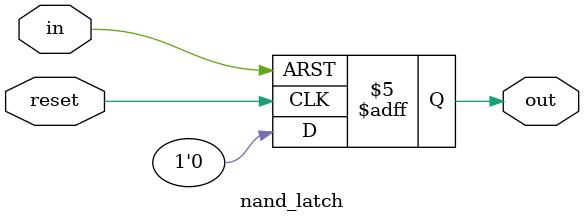
<source format=v>
module nand_latch(
in,
reset,
out
);

input in;
input reset;

output out;

wire in;
wire reset;

reg out;

initial begin
	out = 1'b0;
end

always @ (posedge in or posedge reset)
begin: INPUT
	if (in == 1'b1) begin
		out = 1'b1;
	end
	else if (reset == 1'b1) begin
		out = 1'b0;
	end
end

endmodule

</source>
